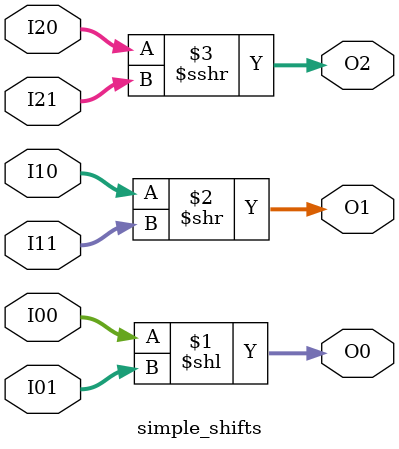
<source format=v>
module simple_shifts(	// <stdin>:1:1
  input  [7:0] I00,
               I01,
               I10,
               I11,
               I20,
               I21,
  output [7:0] O0,
               O1,
               O2);

  assign O0 = I00 << I01;	// <stdin>:2:10, :5:5
  assign O1 = I10 >> I11;	// <stdin>:3:10, :5:5
  assign O2 = $signed($signed(I20) >>> I21);	// <stdin>:4:10, :5:5
endmodule


</source>
